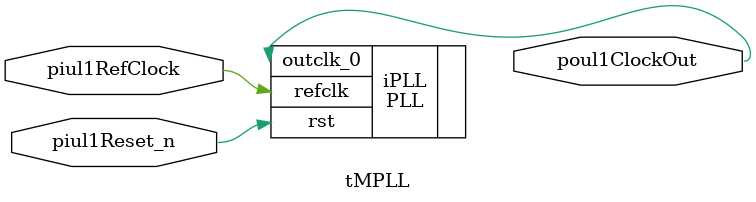
<source format=sv>
`ifndef M_PLL_SV
`define M_PLL_SV

`include "PLL/PLL.v"

module tMPLL
( // Ports:
    input  logic    piul1RefClock,
    input  logic    piul1Reset_n,
    output logic    poul1ClockOut
);  
    
    PLL iPLL (
        .refclk     (piul1RefClock),
        .rst        (piul1Reset_n),
        .outclk_0   (poul1ClockOut)
        ); 

endmodule : tMPLL

`endif//M_PLL_SV
</source>
